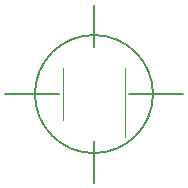
<source format=gbr>
%TF.GenerationSoftware,KiCad,Pcbnew,7.0.5-1.fc38*%
%TF.CreationDate,2023-06-18T19:22:27-04:00*%
%TF.ProjectId,radome_dish_controller,7261646f-6d65-45f6-9469-73685f636f6e,rev?*%
%TF.SameCoordinates,Original*%
%TF.FileFunction,Legend,Bot*%
%TF.FilePolarity,Positive*%
%FSLAX46Y46*%
G04 Gerber Fmt 4.6, Leading zero omitted, Abs format (unit mm)*
G04 Created by KiCad (PCBNEW 7.0.5-1.fc38) date 2023-06-18 19:22:27*
%MOMM*%
%LPD*%
G01*
G04 APERTURE LIST*
%ADD10C,0.150000*%
%ADD11C,0.120000*%
G04 APERTURE END LIST*
D10*
X141000000Y-56000000D02*
G75*
G03*
X141000000Y-56000000I-5000000J0D01*
G01*
X128500000Y-56000000D02*
X133000000Y-56000000D01*
X136000000Y-52000000D02*
X136000000Y-48500000D01*
X136000000Y-60000000D02*
X136000000Y-63500000D01*
X139000000Y-56000000D02*
X143500000Y-56000000D01*
D11*
%TO.C,U101*%
X133390000Y-56000000D02*
X133390000Y-58200000D01*
X133390000Y-56000000D02*
X133390000Y-53800000D01*
X138610000Y-56000000D02*
X138610000Y-59600000D01*
X138610000Y-56000000D02*
X138610000Y-53800000D01*
%TD*%
M02*

</source>
